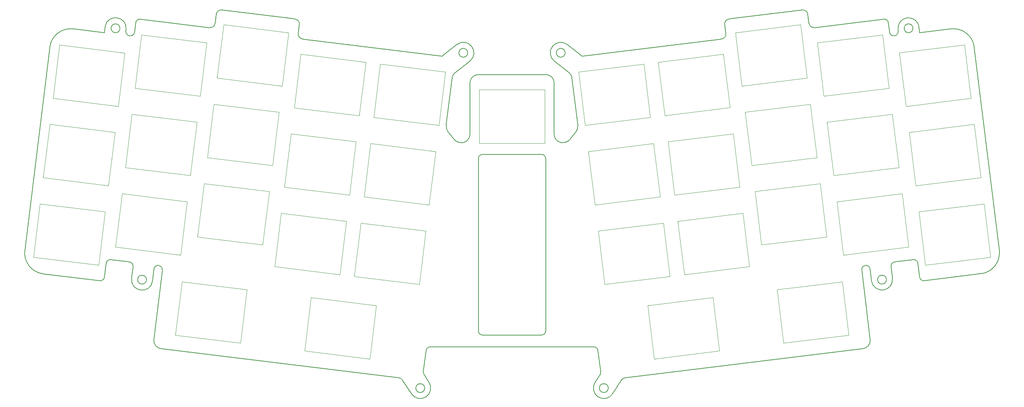
<source format=gm1>
G04 #@! TF.GenerationSoftware,KiCad,Pcbnew,7.0.11+1*
G04 #@! TF.CreationDate,2024-03-06T17:52:43+00:00*
G04 #@! TF.ProjectId,plate_alps,706c6174-655f-4616-9c70-732e6b696361,v0.1*
G04 #@! TF.SameCoordinates,PX8bd8a70PY50733a9*
G04 #@! TF.FileFunction,Profile,NP*
%FSLAX46Y46*%
G04 Gerber Fmt 4.6, Leading zero omitted, Abs format (unit mm)*
G04 Created by KiCad (PCBNEW 7.0.11+1) date 2024-03-06 17:52:43*
%MOMM*%
%LPD*%
G01*
G04 APERTURE LIST*
G04 #@! TA.AperFunction,Profile*
%ADD10C,0.200000*%
G04 #@! TD*
G04 #@! TA.AperFunction,Profile*
%ADD11C,0.100000*%
G04 #@! TD*
G04 APERTURE END LIST*
D10*
X156649543Y-76358057D02*
G75*
G03*
X154649464Y-74358057I-2000043J-43D01*
G01*
X77682917Y-58995632D02*
X95052477Y-61128345D01*
X130002631Y-69966074D02*
X131579733Y-68733905D01*
X243493502Y-122541636D02*
G75*
G03*
X244607885Y-123412317I992598J121936D01*
G01*
X173443954Y-146544944D02*
X230025537Y-139597600D01*
X50197233Y-119273574D02*
X49795467Y-122545699D01*
X30863549Y-116191113D02*
G75*
G03*
X35216943Y-121763192I4962551J-609487D01*
G01*
X136609867Y-71143852D02*
G75*
G03*
X133525011Y-67208887I-1542467J1967452D01*
G01*
X166363422Y-147599714D02*
G75*
G03*
X170552210Y-150329837I2094378J-1365086D01*
G01*
X136117430Y-69176357D02*
G75*
G03*
X134017430Y-69176357I-1050000J0D01*
G01*
X134017430Y-69176357D02*
G75*
G03*
X136117430Y-69176357I1050000J0D01*
G01*
X56941164Y-64263313D02*
X57214602Y-62036336D01*
X51311653Y-118402862D02*
G75*
G03*
X50197234Y-119273574I-121953J-992438D01*
G01*
X133145981Y-73850042D02*
G75*
G03*
X132392239Y-75182360I1231119J-1575858D01*
G01*
X61558128Y-120668517D02*
X61215624Y-123457990D01*
X134018938Y-90502660D02*
G75*
G03*
X136639472Y-88601446I620562J1901260D01*
G01*
X122736741Y-150333918D02*
X120560880Y-146995520D01*
X55746721Y-65124164D02*
X55826748Y-65133990D01*
X258071990Y-121759108D02*
G75*
G03*
X262425377Y-116187055I-609190J4962608D01*
G01*
X96097289Y-62465643D02*
X95839839Y-64562398D01*
X230025536Y-139597589D02*
G75*
G03*
X231766889Y-137368768I-243736J1985089D01*
G01*
X127205790Y-139149902D02*
X166082638Y-139146364D01*
X243493469Y-122541640D02*
X243091703Y-119269515D01*
X54876034Y-64009747D02*
G75*
G03*
X55746721Y-65124163I992566J-121853D01*
G01*
X61522046Y-137372827D02*
X63543155Y-120912212D01*
X56595463Y-120059178D02*
G75*
G03*
X55724720Y-118944754I-992663J121778D01*
G01*
X56252893Y-122848643D02*
X56595397Y-120059170D01*
X217200710Y-62133147D02*
G75*
G03*
X218538067Y-63177949I1191290J146547D01*
G01*
X63263399Y-139601659D02*
X119844982Y-146549003D01*
X243356838Y-63035489D02*
G75*
G03*
X238368964Y-63647923I-2493938J-306211D01*
G01*
X232073312Y-123453931D02*
X231730808Y-120664458D01*
X196404283Y-65895631D02*
G75*
G03*
X197449097Y-64558339I-146083J1190931D01*
G01*
X161874004Y-87910742D02*
G75*
G03*
X162279494Y-86440288I-1579304J1226642D01*
G01*
X232073347Y-123453927D02*
G75*
G03*
X237036042Y-122844584I2481353J304627D01*
G01*
X160896714Y-75178299D02*
G75*
G03*
X160142927Y-73846019I-1984814J-243601D01*
G01*
X76088172Y-62137199D02*
X76345621Y-60040443D01*
X74750864Y-63182053D02*
G75*
G03*
X76088171Y-62137199I145936J1191453D01*
G01*
X95839848Y-64562399D02*
G75*
G03*
X96884652Y-65899695I1190852J-146401D01*
G01*
X96097284Y-62465642D02*
G75*
G03*
X95052475Y-61128345I-1191184J146142D01*
G01*
X159483049Y-90429149D02*
X159270023Y-90498678D01*
X256488493Y-67835015D02*
X262425377Y-116187055D01*
X159271506Y-69172298D02*
G75*
G03*
X157171506Y-69172298I-1050000J0D01*
G01*
X157171506Y-69172298D02*
G75*
G03*
X159271506Y-69172298I1050000J0D01*
G01*
X154640692Y-94348132D02*
X154640691Y-135348130D01*
X58329023Y-61165622D02*
G75*
G03*
X57214602Y-62036336I-121923J-992478D01*
G01*
X138639472Y-74358057D02*
X154649464Y-74358057D01*
X243523049Y-64389422D02*
X250916415Y-63481631D01*
X156649524Y-88597387D02*
G75*
G03*
X159270023Y-90498677I1999976J-13D01*
G01*
X153640692Y-136348133D02*
X139640692Y-136348133D01*
X54919971Y-63651982D02*
G75*
G03*
X49932129Y-63039552I-2493921J306212D01*
G01*
X132846859Y-89758620D02*
G75*
G03*
X133805887Y-90433207I1579441J1226420D01*
G01*
X218538067Y-63177950D02*
X234959918Y-61161600D01*
X56252895Y-122848643D02*
G75*
G03*
X61215624Y-123457990I2481365J-304667D01*
G01*
X131579733Y-68733905D02*
X133525011Y-67208884D01*
X138639472Y-74358072D02*
G75*
G03*
X136639472Y-76358057I28J-2000028D01*
G01*
X161709203Y-68729846D02*
X163286305Y-69962015D01*
X42372521Y-63485690D02*
X49765887Y-64393481D01*
X132846839Y-89758636D02*
X131414926Y-87914806D01*
X127205790Y-139149882D02*
G75*
G03*
X126214751Y-140017014I110J-1000018D01*
G01*
X237564220Y-118940724D02*
G75*
G03*
X236693540Y-120055111I121780J-992476D01*
G01*
X159763925Y-67204825D02*
X161709203Y-68729846D01*
X42372519Y-63485705D02*
G75*
G03*
X36800443Y-67839074I-609219J-4962895D01*
G01*
X58329018Y-61165659D02*
X74750869Y-63182009D01*
X138640767Y-135348132D02*
G75*
G03*
X139640692Y-136348133I1000233J232D01*
G01*
X197449097Y-64558339D02*
X197191647Y-62461584D01*
X236693539Y-120055111D02*
X237036043Y-122844584D01*
X235604679Y-123149257D02*
G75*
G03*
X233504677Y-123149257I-1050001J0D01*
G01*
X233504677Y-123149257D02*
G75*
G03*
X235604679Y-123149257I1050001J0D01*
G01*
X131009457Y-86444349D02*
G75*
G03*
X131414926Y-87914806I1984743J-243851D01*
G01*
X136609849Y-71143829D02*
X133146009Y-73850078D01*
X136639472Y-76358057D02*
X136639472Y-88601446D01*
X258071993Y-121759133D02*
X244607885Y-123412317D01*
X236074307Y-62032280D02*
G75*
G03*
X234959918Y-61161601I-992507J-121820D01*
G01*
X172728056Y-146991461D02*
X170552195Y-150329859D01*
X134018913Y-90502737D02*
X133805887Y-90433208D01*
X48681051Y-123416373D02*
G75*
G03*
X49795467Y-122545699I121849J992573D01*
G01*
X55826750Y-65133972D02*
G75*
G03*
X56941164Y-64263313I121850J992572D01*
G01*
X156649464Y-88597387D02*
X156649464Y-76358057D01*
X167073850Y-140013399D02*
X167747194Y-145032513D01*
X236347789Y-64259252D02*
G75*
G03*
X237462188Y-65129931I992611J121952D01*
G01*
X139640692Y-93348132D02*
X153640692Y-93348132D01*
X167073852Y-140013399D02*
G75*
G03*
X166082638Y-139146364I-991152J-133001D01*
G01*
X198236459Y-61124286D02*
X215606019Y-58991573D01*
X125881141Y-148968822D02*
G75*
G03*
X123781139Y-148968822I-1050001J0D01*
G01*
X123781139Y-148968822D02*
G75*
G03*
X125881141Y-148968822I1050001J0D01*
G01*
X241912885Y-63341708D02*
G75*
G03*
X239812885Y-63341708I-1050000J0D01*
G01*
X239812885Y-63341708D02*
G75*
G03*
X241912885Y-63341708I1050000J0D01*
G01*
X238368963Y-63647923D02*
X238412891Y-64005689D01*
X236074334Y-62032277D02*
X236347772Y-64259254D01*
X139640692Y-93348092D02*
G75*
G03*
X138640692Y-94348132I8J-1000008D01*
G01*
X256488543Y-67835009D02*
G75*
G03*
X250916415Y-63481632I-4962843J-609491D01*
G01*
X122736732Y-150333891D02*
G75*
G03*
X126925554Y-147603747I2094438J1365031D01*
G01*
X96884652Y-65899696D02*
X130002631Y-69966074D01*
X163286305Y-69962015D02*
X196404284Y-65895637D01*
X160896697Y-75178301D02*
X162279495Y-86440288D01*
X243091677Y-119269518D02*
G75*
G03*
X241977287Y-118398839I-992477J-121782D01*
G01*
X154640668Y-94348132D02*
G75*
G03*
X153640692Y-93348132I-999968J32D01*
G01*
X166363381Y-147599689D02*
X167593882Y-145711350D01*
X131009441Y-86444347D02*
X132392239Y-75182360D01*
X159763919Y-67204835D02*
G75*
G03*
X156679087Y-71139770I-1542419J-1967465D01*
G01*
X169507797Y-148964763D02*
G75*
G03*
X167407795Y-148964763I-1050001J0D01*
G01*
X167407795Y-148964763D02*
G75*
G03*
X169507797Y-148964763I1050001J0D01*
G01*
X48681051Y-123416376D02*
X35216943Y-121763192D01*
X237564216Y-118940695D02*
X241977287Y-118398838D01*
X51311649Y-118402897D02*
X55724720Y-118944754D01*
X125541773Y-145036576D02*
G75*
G03*
X125695054Y-145715409I991127J-132924D01*
G01*
X125695054Y-145715409D02*
X126925555Y-147603748D01*
X54876045Y-64009748D02*
X54919973Y-63651982D01*
X173443957Y-146544965D02*
G75*
G03*
X172728057Y-146991461I121843J-992535D01*
G01*
X216943315Y-60036384D02*
X217200764Y-62133140D01*
X231730816Y-120664421D02*
G75*
G03*
X229745781Y-120908153I-992516J-121879D01*
G01*
X243522605Y-64385805D02*
X243356807Y-63035493D01*
X167593876Y-145711346D02*
G75*
G03*
X167747194Y-145032513I-837776J545946D01*
G01*
X61522050Y-137372828D02*
G75*
G03*
X63263399Y-139601659I1985050J-243772D01*
G01*
X138640692Y-135348132D02*
X138640692Y-94348132D01*
X198236459Y-61124267D02*
G75*
G03*
X197191648Y-62461584I146341J-1191133D01*
G01*
X237462188Y-65129931D02*
X237542215Y-65120105D01*
X59784259Y-123153316D02*
G75*
G03*
X57684257Y-123153316I-1050001J0D01*
G01*
X57684257Y-123153316D02*
G75*
G03*
X59784259Y-123153316I1050001J0D01*
G01*
X125541742Y-145036572D02*
X126214750Y-140017014D01*
X161874010Y-87910747D02*
X160442097Y-89754577D01*
X120560891Y-146995513D02*
G75*
G03*
X119844982Y-146549003I-837791J-546087D01*
G01*
X160142927Y-73846019D02*
X156679087Y-71139770D01*
X53476051Y-63345767D02*
G75*
G03*
X51376051Y-63345767I-1050000J0D01*
G01*
X51376051Y-63345767D02*
G75*
G03*
X53476051Y-63345767I1050000J0D01*
G01*
X153640692Y-136348191D02*
G75*
G03*
X154640691Y-135348130I-92J1000091D01*
G01*
X30863559Y-116191114D02*
X36800443Y-67839074D01*
X49932129Y-63039552D02*
X49766331Y-64389864D01*
X216943396Y-60036375D02*
G75*
G03*
X215606019Y-58991574I-1191196J-146425D01*
G01*
X159483047Y-90429143D02*
G75*
G03*
X160442097Y-89754577I-620447J1901143D01*
G01*
X237542212Y-65120078D02*
G75*
G03*
X238412891Y-64005689I-121912J992578D01*
G01*
X229745781Y-120908153D02*
X231766890Y-137368768D01*
X63543082Y-120912203D02*
G75*
G03*
X61558132Y-120668481I-992482J121803D01*
G01*
X77682925Y-58995569D02*
G75*
G03*
X76345622Y-60040444I-146025J-1191331D01*
G01*
D11*
X78102360Y-62473854D02*
X93586080Y-64375016D01*
X93586080Y-64375016D02*
X92026152Y-77079606D01*
X92026152Y-77079606D02*
X76542432Y-75178444D01*
X76542432Y-75178444D02*
X78102360Y-62473854D01*
X94108348Y-88430472D02*
X109592068Y-90331634D01*
X109592068Y-90331634D02*
X108032140Y-103036224D01*
X108032140Y-103036224D02*
X92548420Y-101135062D01*
X92548420Y-101135062D02*
X94108348Y-88430472D01*
X236234897Y-77579798D02*
X220751177Y-79480960D01*
X220751177Y-79480960D02*
X219191249Y-66776370D01*
X219191249Y-66776370D02*
X234674969Y-64875208D01*
X234674969Y-64875208D02*
X236234897Y-77579798D01*
X226655226Y-136335224D02*
X211171506Y-138236386D01*
X211171506Y-138236386D02*
X209611578Y-125531796D01*
X209611578Y-125531796D02*
X225095298Y-123630634D01*
X225095298Y-123630634D02*
X226655226Y-136335224D01*
X58613951Y-64879242D02*
X74097671Y-66780404D01*
X74097671Y-66780404D02*
X72537743Y-79484994D01*
X72537743Y-79484994D02*
X57054023Y-77583832D01*
X57054023Y-77583832D02*
X58613951Y-64879242D01*
X219068100Y-94082410D02*
X203584380Y-95983572D01*
X203584380Y-95983572D02*
X202024452Y-83278982D01*
X202024452Y-83278982D02*
X217508172Y-81377820D01*
X217508172Y-81377820D02*
X219068100Y-94082410D01*
X260366526Y-117801198D02*
X244882806Y-119702360D01*
X244882806Y-119702360D02*
X243322878Y-106997770D01*
X243322878Y-106997770D02*
X258806598Y-105096608D01*
X258806598Y-105096608D02*
X260366526Y-117801198D01*
X34482322Y-105100642D02*
X49966042Y-107001804D01*
X49966042Y-107001804D02*
X48406114Y-119706394D01*
X48406114Y-119706394D02*
X32922394Y-117805232D01*
X32922394Y-117805232D02*
X34482322Y-105100642D01*
X36803938Y-86192639D02*
X52287658Y-88093801D01*
X52287658Y-88093801D02*
X50727730Y-100798391D01*
X50727730Y-100798391D02*
X35244010Y-98897229D01*
X35244010Y-98897229D02*
X36803938Y-86192639D01*
X39125544Y-67284633D02*
X54609264Y-69185795D01*
X54609264Y-69185795D02*
X53049336Y-81890385D01*
X53049336Y-81890385D02*
X37565616Y-79989223D01*
X37565616Y-79989223D02*
X39125544Y-67284633D01*
X91786737Y-107338476D02*
X107270457Y-109239638D01*
X107270457Y-109239638D02*
X105710529Y-121944228D01*
X105710529Y-121944228D02*
X90226809Y-120043066D01*
X90226809Y-120043066D02*
X91786737Y-107338476D01*
X181832493Y-103452638D02*
X166348773Y-105353800D01*
X166348773Y-105353800D02*
X164788845Y-92649210D01*
X164788845Y-92649210D02*
X180272565Y-90748048D01*
X180272565Y-90748048D02*
X181832493Y-103452638D01*
X203062111Y-120039032D02*
X187578391Y-121940194D01*
X187578391Y-121940194D02*
X186018463Y-109235604D01*
X186018463Y-109235604D02*
X201502183Y-107334442D01*
X201502183Y-107334442D02*
X203062111Y-120039032D01*
X238556506Y-96487806D02*
X223072786Y-98388968D01*
X223072786Y-98388968D02*
X221512858Y-85684378D01*
X221512858Y-85684378D02*
X236996578Y-83783216D01*
X236996578Y-83783216D02*
X238556506Y-96487806D01*
X113016355Y-90752082D02*
X128500075Y-92653244D01*
X128500075Y-92653244D02*
X126940147Y-105357834D01*
X126940147Y-105357834D02*
X111456427Y-103456672D01*
X111456427Y-103456672D02*
X113016355Y-90752082D01*
X73459138Y-100289863D02*
X88942858Y-102191025D01*
X88942858Y-102191025D02*
X87382930Y-114895615D01*
X87382930Y-114895615D02*
X71899210Y-112994453D01*
X71899210Y-112994453D02*
X73459138Y-100289863D01*
X110694742Y-109660087D02*
X126178462Y-111561249D01*
X126178462Y-111561249D02*
X124618534Y-124265839D01*
X124618534Y-124265839D02*
X109134814Y-122364677D01*
X109134814Y-122364677D02*
X110694742Y-109660087D01*
X53970731Y-102695255D02*
X69454451Y-104596417D01*
X69454451Y-104596417D02*
X67894523Y-117301007D01*
X67894523Y-117301007D02*
X52410803Y-115399845D01*
X52410803Y-115399845D02*
X53970731Y-102695255D01*
X96429959Y-69522466D02*
X111913679Y-71423628D01*
X111913679Y-71423628D02*
X110353751Y-84128218D01*
X110353751Y-84128218D02*
X94870031Y-82227056D01*
X94870031Y-82227056D02*
X96429959Y-69522466D01*
X75780748Y-81381854D02*
X91264468Y-83283016D01*
X91264468Y-83283016D02*
X89704540Y-95987606D01*
X89704540Y-95987606D02*
X74220820Y-94086444D01*
X74220820Y-94086444D02*
X75780748Y-81381854D01*
X255723304Y-79985189D02*
X240239584Y-81886351D01*
X240239584Y-81886351D02*
X238679656Y-69181761D01*
X238679656Y-69181761D02*
X254163376Y-67280599D01*
X254163376Y-67280599D02*
X255723304Y-79985189D01*
X240878117Y-115395812D02*
X225394397Y-117296974D01*
X225394397Y-117296974D02*
X223834469Y-104592384D01*
X223834469Y-104592384D02*
X239318189Y-102691222D01*
X239318189Y-102691222D02*
X240878117Y-115395812D01*
X68193622Y-123634668D02*
X83677342Y-125535830D01*
X83677342Y-125535830D02*
X82117414Y-138240420D01*
X82117414Y-138240420D02*
X66633694Y-136339258D01*
X66633694Y-136339258D02*
X68193622Y-123634668D01*
X195929721Y-140107839D02*
X180446001Y-142009001D01*
X180446001Y-142009001D02*
X178886073Y-129304411D01*
X178886073Y-129304411D02*
X194369793Y-127403249D01*
X194369793Y-127403249D02*
X195929721Y-140107839D01*
X198418889Y-82223022D02*
X182935169Y-84124184D01*
X182935169Y-84124184D02*
X181375241Y-71419594D01*
X181375241Y-71419594D02*
X196858961Y-69518432D01*
X196858961Y-69518432D02*
X198418889Y-82223022D01*
X56292342Y-83787250D02*
X71776062Y-85688412D01*
X71776062Y-85688412D02*
X70216134Y-98393002D01*
X70216134Y-98393002D02*
X54732414Y-96491840D01*
X54732414Y-96491840D02*
X56292342Y-83787250D01*
X216746488Y-75174410D02*
X201262768Y-77075572D01*
X201262768Y-77075572D02*
X199702840Y-64370982D01*
X199702840Y-64370982D02*
X215186560Y-62469820D01*
X215186560Y-62469820D02*
X216746488Y-75174410D01*
X115337963Y-71844076D02*
X130821683Y-73745238D01*
X130821683Y-73745238D02*
X129261755Y-86449828D01*
X129261755Y-86449828D02*
X113778035Y-84548666D01*
X113778035Y-84548666D02*
X115337963Y-71844076D01*
X179510885Y-84544632D02*
X164027165Y-86445794D01*
X164027165Y-86445794D02*
X162467237Y-73741204D01*
X162467237Y-73741204D02*
X177950957Y-71840042D01*
X177950957Y-71840042D02*
X179510885Y-84544632D01*
X200740500Y-101131028D02*
X185256780Y-103032190D01*
X185256780Y-103032190D02*
X183696852Y-90327600D01*
X183696852Y-90327600D02*
X199180572Y-88426438D01*
X199180572Y-88426438D02*
X200740500Y-101131028D01*
X258044910Y-98893195D02*
X242561190Y-100794357D01*
X242561190Y-100794357D02*
X241001262Y-88089767D01*
X241001262Y-88089767D02*
X256484982Y-86188605D01*
X256484982Y-86188605D02*
X258044910Y-98893195D01*
X221389710Y-112990419D02*
X205905990Y-114891581D01*
X205905990Y-114891581D02*
X204346062Y-102186991D01*
X204346062Y-102186991D02*
X219829782Y-100285829D01*
X219829782Y-100285829D02*
X221389710Y-112990419D01*
X184154106Y-122360643D02*
X168670386Y-124261805D01*
X168670386Y-124261805D02*
X167110458Y-111557215D01*
X167110458Y-111557215D02*
X182594178Y-109656053D01*
X182594178Y-109656053D02*
X184154106Y-122360643D01*
X138839472Y-77958057D02*
X154439472Y-77958057D01*
X154439472Y-77958057D02*
X154439472Y-90758057D01*
X154439472Y-90758057D02*
X138839472Y-90758057D01*
X138839472Y-90758057D02*
X138839472Y-77958057D01*
X98919127Y-127407283D02*
X114402847Y-129308445D01*
X114402847Y-129308445D02*
X112842919Y-142013035D01*
X112842919Y-142013035D02*
X97359199Y-140111873D01*
X97359199Y-140111873D02*
X98919127Y-127407283D01*
M02*

</source>
